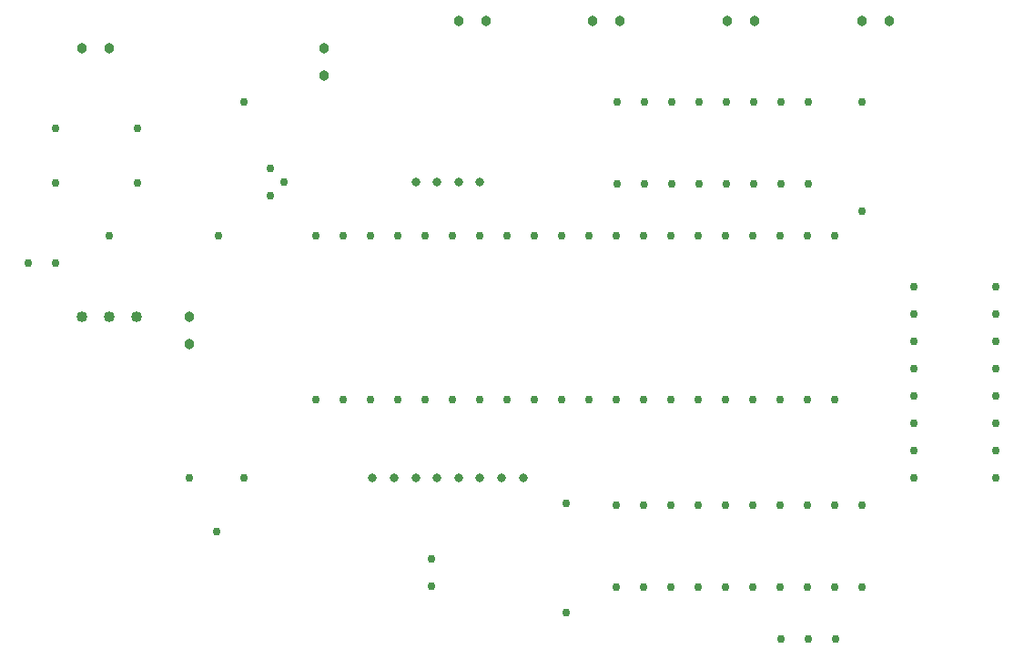
<source format=gbr>
G04 PROTEUS GERBER X2 FILE*
%TF.GenerationSoftware,Labcenter,Proteus,8.12-SP0-Build30713*%
%TF.CreationDate,2021-06-08T09:13:02+00:00*%
%TF.FileFunction,Plated,1,2,PTH*%
%TF.FilePolarity,Positive*%
%TF.Part,Single*%
%TF.SameCoordinates,{86e273a1-3906-477b-930b-e3e2f8447d5b}*%
%FSLAX45Y45*%
%MOMM*%
G01*
%TA.AperFunction,ComponentDrill*%
%ADD50C,0.965200*%
%TA.AperFunction,ComponentDrill*%
%ADD51C,0.762000*%
%TA.AperFunction,ComponentDrill*%
%ADD52C,1.016000*%
%TA.AperFunction,ComponentDrill*%
%ADD53C,0.812800*%
%TD.AperFunction*%
D50*
X-13250000Y+10000000D03*
X-12996000Y+10000000D03*
D51*
X-13500000Y+9250000D03*
X-13500000Y+8742000D03*
X-12738000Y+9250000D03*
X-12738000Y+8742000D03*
X-13750000Y+8000000D03*
X-13496000Y+8000000D03*
D52*
X-13254000Y+7500000D03*
X-13000000Y+7500000D03*
X-12746000Y+7500000D03*
D51*
X-13000000Y+8250000D03*
X-11984000Y+8250000D03*
D50*
X-12250000Y+7500000D03*
X-12250000Y+7246000D03*
D51*
X-6250000Y+8250000D03*
X-6504000Y+8250000D03*
X-6758000Y+8250000D03*
X-7012000Y+8250000D03*
X-7266000Y+8250000D03*
X-7520000Y+8250000D03*
X-7774000Y+8250000D03*
X-8028000Y+8250000D03*
X-8282000Y+8250000D03*
X-8536000Y+8250000D03*
X-8790000Y+8250000D03*
X-9044000Y+8250000D03*
X-9298000Y+8250000D03*
X-9552000Y+8250000D03*
X-9806000Y+8250000D03*
X-10060000Y+8250000D03*
X-10314000Y+8250000D03*
X-10568000Y+8250000D03*
X-10822000Y+8250000D03*
X-11076000Y+8250000D03*
X-11076000Y+6726000D03*
X-10822000Y+6726000D03*
X-10568000Y+6726000D03*
X-10314000Y+6726000D03*
X-10060000Y+6726000D03*
X-9806000Y+6726000D03*
X-9552000Y+6726000D03*
X-9298000Y+6726000D03*
X-9044000Y+6726000D03*
X-8790000Y+6726000D03*
X-8536000Y+6726000D03*
X-8282000Y+6726000D03*
X-8028000Y+6726000D03*
X-7774000Y+6726000D03*
X-7520000Y+6726000D03*
X-7266000Y+6726000D03*
X-7012000Y+6726000D03*
X-6758000Y+6726000D03*
X-6504000Y+6726000D03*
X-6250000Y+6726000D03*
X-11500000Y+8877000D03*
X-11373000Y+8750000D03*
X-11500000Y+8623000D03*
D50*
X-11000000Y+10000000D03*
X-11000000Y+9746000D03*
D51*
X-11750000Y+9500000D03*
X-6000000Y+5750000D03*
X-6254000Y+5750000D03*
X-6508000Y+5750000D03*
X-6762000Y+5750000D03*
X-7016000Y+5750000D03*
X-7270000Y+5750000D03*
X-7524000Y+5750000D03*
X-7778000Y+5750000D03*
X-8032000Y+5750000D03*
X-8286000Y+5750000D03*
X-8286000Y+4988000D03*
X-8032000Y+4988000D03*
X-7778000Y+4988000D03*
X-7524000Y+4988000D03*
X-7270000Y+4988000D03*
X-7016000Y+4988000D03*
X-6762000Y+4988000D03*
X-6508000Y+4988000D03*
X-6254000Y+4988000D03*
X-6000000Y+4988000D03*
X-4750000Y+6000000D03*
X-4750000Y+6254000D03*
X-4750000Y+6508000D03*
X-4750000Y+6762000D03*
X-4750000Y+7016000D03*
X-4750000Y+7270000D03*
X-4750000Y+7524000D03*
X-4750000Y+7778000D03*
X-5512000Y+7778000D03*
X-5512000Y+7524000D03*
X-5512000Y+7270000D03*
X-5512000Y+7016000D03*
X-5512000Y+6762000D03*
X-5512000Y+6508000D03*
X-5512000Y+6254000D03*
X-5512000Y+6000000D03*
X-6500000Y+9500000D03*
X-6754000Y+9500000D03*
X-7008000Y+9500000D03*
X-7262000Y+9500000D03*
X-7516000Y+9500000D03*
X-7770000Y+9500000D03*
X-8024000Y+9500000D03*
X-8278000Y+9500000D03*
X-8278000Y+8738000D03*
X-8024000Y+8738000D03*
X-7770000Y+8738000D03*
X-7516000Y+8738000D03*
X-7262000Y+8738000D03*
X-7008000Y+8738000D03*
X-6754000Y+8738000D03*
X-6500000Y+8738000D03*
D50*
X-6000000Y+10250000D03*
X-5746000Y+10250000D03*
X-7250000Y+10250000D03*
X-6996000Y+10250000D03*
X-8500000Y+10250000D03*
X-8246000Y+10250000D03*
X-9750000Y+10250000D03*
X-9496000Y+10250000D03*
D51*
X-8750000Y+4750000D03*
X-8750000Y+5766000D03*
X-10000000Y+5250000D03*
X-10000000Y+4996000D03*
X-12250000Y+6000000D03*
X-12000000Y+5500000D03*
X-11750000Y+6000000D03*
X-6000000Y+9500000D03*
X-6000000Y+8484000D03*
X-6246000Y+4500000D03*
X-6500000Y+4500000D03*
X-6754000Y+4500000D03*
D53*
X-10550000Y+6000000D03*
X-10350000Y+6000000D03*
X-10150000Y+6000000D03*
X-9950000Y+6000000D03*
X-9750000Y+6000000D03*
X-9550000Y+6000000D03*
X-9350000Y+6000000D03*
X-9150000Y+6000000D03*
X-9550000Y+8750000D03*
X-9750000Y+8750000D03*
X-9950000Y+8750000D03*
X-10150000Y+8750000D03*
M02*

</source>
